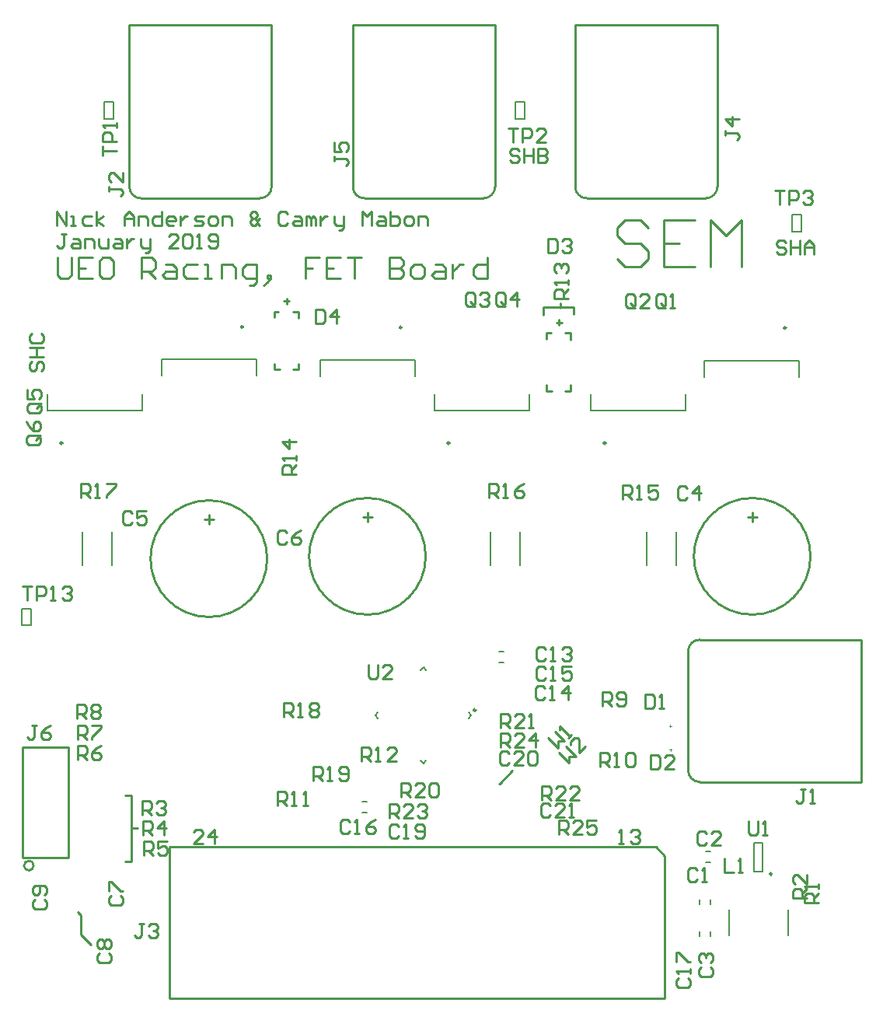
<source format=gbr>
%TF.GenerationSoftware,Altium Limited,Altium Designer,19.0.10 (269)*%
G04 Layer_Color=65535*
%FSLAX26Y26*%
%MOIN*%
%TF.FileFunction,Legend,Top*%
%TF.Part,Single*%
G01*
G75*
%TA.AperFunction,NonConductor*%
%ADD49C,0.010000*%
%ADD76C,0.009842*%
%ADD77C,0.005000*%
%ADD78C,0.007874*%
%ADD79C,0.003937*%
D49*
X-1671384Y-1359480D02*
G03*
X-1671384Y-1359480I-20616J0D01*
G01*
X-700882Y1501575D02*
G03*
X-650882Y1551575I0J50000D01*
G01*
X-1261118D02*
G03*
X-1211118Y1501575I50000J0D01*
G01*
X257618D02*
G03*
X307618Y1551575I0J50000D01*
G01*
X-302618D02*
G03*
X-252618Y1501575I50000J0D01*
G01*
X1211118D02*
G03*
X1261118Y1551575I0J50000D01*
G01*
X650882D02*
G03*
X700882Y1501575I50000J0D01*
G01*
X-669997Y-43429D02*
G03*
X-669997Y-43429I-250000J0D01*
G01*
X10003Y-33429D02*
G03*
X10003Y-33429I-250000J0D01*
G01*
X1660003D02*
G03*
X1660003Y-33429I-250000J0D01*
G01*
X1135354Y-950866D02*
G03*
X1185354Y-1000866I50000J0D01*
G01*
Y-390630D02*
G03*
X1135354Y-440630I0J-50000D01*
G01*
X-1720425Y-1323701D02*
X-1523575D01*
X-1720425Y-851260D02*
X-1523575D01*
X-1720425Y-1323701D02*
Y-851260D01*
X-1523575Y-1323701D02*
Y-851260D01*
X-639000Y767000D02*
X-616000D01*
X-640000Y768000D02*
X-639000Y767000D01*
X-640000Y768000D02*
Y793000D01*
X-587000Y1048000D02*
Y1072000D01*
X-598000Y1060000D02*
X-575000D01*
X-640000Y990000D02*
Y1016000D01*
X-621000D01*
X-560000D02*
X-538000D01*
X-537000Y987000D02*
Y1015000D01*
X-560000Y767000D02*
X-538000D01*
X-537000Y768000D02*
Y793000D01*
X-1469000Y-1656000D02*
X-1425000Y-1700000D01*
X-1469000Y-1656000D02*
Y-1571000D01*
X-1483000Y-1557000D02*
X-1469000Y-1571000D01*
X-650882Y1551575D02*
Y1678740D01*
X-719779Y1501575D02*
X-700882D01*
X-1211118D02*
X-1192220D01*
X-1261118Y1551575D02*
Y1678740D01*
Y2243701D01*
X-650882D01*
Y1678740D02*
Y2243701D01*
X-1192220Y1501575D02*
X-719779D01*
X307618Y1551575D02*
Y1678740D01*
X238720Y1501575D02*
X257618D01*
X-252618D02*
X-233720D01*
X-302618Y1551575D02*
Y1678740D01*
Y2243701D01*
X307618D01*
Y1678740D02*
Y2243701D01*
X-233720Y1501575D02*
X238720D01*
X1261118Y1551575D02*
Y1678740D01*
X1192220Y1501575D02*
X1211118D01*
X700882D02*
X719779D01*
X650882Y1551575D02*
Y1678740D01*
Y2243701D01*
X1261118D01*
Y1678740D02*
Y2243701D01*
X719779Y1501575D02*
X1192220D01*
X589000Y1033000D02*
Y1050000D01*
X643000Y1005000D02*
Y1033450D01*
X643549Y1034000D01*
X516000D02*
X643549D01*
X516000Y1003000D02*
Y1034000D01*
X529000Y676000D02*
X552000D01*
X528000Y677000D02*
X529000Y676000D01*
X528000Y677000D02*
Y702000D01*
X581000Y957000D02*
Y981000D01*
X570000Y969000D02*
X593000D01*
X528000Y899000D02*
Y925000D01*
X547000D01*
X608000D02*
X630000D01*
X631000Y896000D02*
Y924000D01*
X608000Y676000D02*
X630000D01*
X631000Y677000D02*
Y702000D01*
X1185354Y-1000866D02*
X1312520D01*
X1135354Y-950866D02*
Y-931968D01*
Y-459527D02*
Y-440630D01*
X1185354Y-390630D02*
X1312520D01*
X1877480D01*
Y-1000866D02*
Y-390630D01*
X1312520Y-1000866D02*
X1877480D01*
X1135354Y-931968D02*
Y-459527D01*
X327627Y-1007373D02*
X382000Y-953000D01*
X326000Y-1007373D02*
X327627D01*
X326000Y-1008000D02*
Y-1007373D01*
X-1253000Y-1198000D02*
X-1226000D01*
X-1278000Y-1341000D02*
X-1253000D01*
Y-1058000D01*
X-1279000D02*
X-1253000D01*
X1035732Y-1928858D02*
Y-1318622D01*
X-1090252Y-1928858D02*
X1035732D01*
X996362Y-1279252D02*
X1035732Y-1318622D01*
X-1090252Y-1279252D02*
X996362D01*
X-1090252Y-1928858D02*
Y-1281417D01*
X534587Y-812131D02*
X577000Y-854544D01*
Y-826269D01*
X605275D01*
X562862Y-783856D01*
X619413Y-812131D02*
X633550Y-797993D01*
X626481Y-805062D01*
X584069Y-762649D01*
Y-776787D01*
X582508Y-876587D02*
X624921Y-919000D01*
Y-890725D01*
X653196D01*
X610783Y-848312D01*
X695609D02*
X667333Y-876587D01*
Y-820037D01*
X660265Y-812968D01*
X646127D01*
X631990Y-827106D01*
Y-841243D01*
X-1531013Y1346981D02*
X-1551006D01*
X-1541010D01*
Y1296997D01*
X-1551006Y1287000D01*
X-1561003D01*
X-1571000Y1296997D01*
X-1501023Y1326987D02*
X-1481029D01*
X-1471032Y1316990D01*
Y1287000D01*
X-1501023D01*
X-1511019Y1296997D01*
X-1501023Y1306994D01*
X-1471032D01*
X-1451039Y1287000D02*
Y1326987D01*
X-1421049D01*
X-1411052Y1316990D01*
Y1287000D01*
X-1391058Y1326987D02*
Y1296997D01*
X-1381061Y1287000D01*
X-1351071D01*
Y1326987D01*
X-1321081D02*
X-1301087D01*
X-1291091Y1316990D01*
Y1287000D01*
X-1321081D01*
X-1331078Y1296997D01*
X-1321081Y1306994D01*
X-1291091D01*
X-1271097Y1326987D02*
Y1287000D01*
Y1306994D01*
X-1261100Y1316990D01*
X-1251103Y1326987D01*
X-1241107D01*
X-1211116D02*
Y1296997D01*
X-1201120Y1287000D01*
X-1171129D01*
Y1277003D01*
X-1181126Y1267006D01*
X-1191123D01*
X-1171129Y1287000D02*
Y1326987D01*
X-1051168Y1287000D02*
X-1091155D01*
X-1051168Y1326987D01*
Y1336984D01*
X-1061165Y1346981D01*
X-1081158D01*
X-1091155Y1336984D01*
X-1031175D02*
X-1021178Y1346981D01*
X-1001184D01*
X-991188Y1336984D01*
Y1296997D01*
X-1001184Y1287000D01*
X-1021178D01*
X-1031175Y1296997D01*
Y1336984D01*
X-971194Y1287000D02*
X-951201D01*
X-961197D01*
Y1346981D01*
X-971194Y1336984D01*
X-921210Y1296997D02*
X-911213Y1287000D01*
X-891220D01*
X-881223Y1296997D01*
Y1336984D01*
X-891220Y1346981D01*
X-911213D01*
X-921210Y1336984D01*
Y1326987D01*
X-911213Y1316990D01*
X-881223D01*
X-1569000Y1246971D02*
Y1171995D01*
X-1554005Y1157000D01*
X-1524014D01*
X-1509019Y1171995D01*
Y1246971D01*
X-1419049D02*
X-1479029D01*
Y1157000D01*
X-1419049D01*
X-1479029Y1201986D02*
X-1449039D01*
X-1344073Y1246971D02*
X-1374063D01*
X-1389058Y1231976D01*
Y1171995D01*
X-1374063Y1157000D01*
X-1344073D01*
X-1329078Y1171995D01*
Y1231976D01*
X-1344073Y1246971D01*
X-1209116Y1157000D02*
Y1246971D01*
X-1164131D01*
X-1149136Y1231976D01*
Y1201986D01*
X-1164131Y1186990D01*
X-1209116D01*
X-1179126D02*
X-1149136Y1157000D01*
X-1104150Y1216981D02*
X-1074160D01*
X-1059165Y1201986D01*
Y1157000D01*
X-1104150D01*
X-1119146Y1171995D01*
X-1104150Y1186990D01*
X-1059165D01*
X-969194Y1216981D02*
X-1014179D01*
X-1029175Y1201986D01*
Y1171995D01*
X-1014179Y1157000D01*
X-969194D01*
X-939204D02*
X-909213D01*
X-924208D01*
Y1216981D01*
X-939204D01*
X-864228Y1157000D02*
Y1216981D01*
X-819242D01*
X-804247Y1201986D01*
Y1157000D01*
X-744267Y1127010D02*
X-729271D01*
X-714276Y1142005D01*
Y1216981D01*
X-759262D01*
X-774257Y1201986D01*
Y1171995D01*
X-759262Y1157000D01*
X-714276D01*
X-669291Y1142005D02*
X-654296Y1157000D01*
Y1171995D01*
X-669291D01*
Y1157000D01*
X-654296D01*
X-669291Y1142005D01*
X-684286Y1127010D01*
X-444364Y1246971D02*
X-504344D01*
Y1201986D01*
X-474354D01*
X-504344D01*
Y1157000D01*
X-354393Y1246971D02*
X-414373D01*
Y1157000D01*
X-354393D01*
X-414373Y1201986D02*
X-384383D01*
X-324402Y1246971D02*
X-264422D01*
X-294412D01*
Y1157000D01*
X-144461Y1246971D02*
Y1157000D01*
X-99475D01*
X-84480Y1171995D01*
Y1186990D01*
X-99475Y1201986D01*
X-144461D01*
X-99475D01*
X-84480Y1216981D01*
Y1231976D01*
X-99475Y1246971D01*
X-144461D01*
X-39495Y1157000D02*
X-9504D01*
X5491Y1171995D01*
Y1201986D01*
X-9504Y1216981D01*
X-39495D01*
X-54490Y1201986D01*
Y1171995D01*
X-39495Y1157000D01*
X50476Y1216981D02*
X80467D01*
X95462Y1201986D01*
Y1157000D01*
X50476D01*
X35481Y1171995D01*
X50476Y1186990D01*
X95462D01*
X125452Y1216981D02*
Y1157000D01*
Y1186990D01*
X140447Y1201986D01*
X155442Y1216981D01*
X170438D01*
X275404Y1246971D02*
Y1157000D01*
X230418D01*
X215423Y1171995D01*
Y1201986D01*
X230418Y1216981D01*
X275404D01*
X-1571000Y1386000D02*
Y1445981D01*
X-1531013Y1386000D01*
Y1445981D01*
X-1511019Y1386000D02*
X-1491026D01*
X-1501023D01*
Y1425987D01*
X-1511019D01*
X-1421049D02*
X-1451039D01*
X-1461036Y1415990D01*
Y1395997D01*
X-1451039Y1386000D01*
X-1421049D01*
X-1401055D02*
Y1445981D01*
Y1405994D02*
X-1371065Y1425987D01*
X-1401055Y1405994D02*
X-1371065Y1386000D01*
X-1281094D02*
Y1425987D01*
X-1261100Y1445981D01*
X-1241107Y1425987D01*
Y1386000D01*
Y1415990D01*
X-1281094D01*
X-1221113Y1386000D02*
Y1425987D01*
X-1191123D01*
X-1181126Y1415990D01*
Y1386000D01*
X-1121146Y1445981D02*
Y1386000D01*
X-1151136D01*
X-1161133Y1395997D01*
Y1415990D01*
X-1151136Y1425987D01*
X-1121146D01*
X-1071162Y1386000D02*
X-1091155D01*
X-1101152Y1395997D01*
Y1415990D01*
X-1091155Y1425987D01*
X-1071162D01*
X-1061165Y1415990D01*
Y1405994D01*
X-1101152D01*
X-1041171Y1425987D02*
Y1386000D01*
Y1405994D01*
X-1031175Y1415990D01*
X-1021178Y1425987D01*
X-1011181D01*
X-981191Y1386000D02*
X-951201D01*
X-941204Y1395997D01*
X-951201Y1405994D01*
X-971194D01*
X-981191Y1415990D01*
X-971194Y1425987D01*
X-941204D01*
X-911213Y1386000D02*
X-891220D01*
X-881223Y1395997D01*
Y1415990D01*
X-891220Y1425987D01*
X-911213D01*
X-921210Y1415990D01*
Y1395997D01*
X-911213Y1386000D01*
X-861230D02*
Y1425987D01*
X-831239D01*
X-821242Y1415990D01*
Y1386000D01*
X-701281D02*
X-711278Y1395997D01*
X-721275Y1386000D01*
X-731272D01*
X-741268Y1395997D01*
Y1405994D01*
X-731272Y1415990D01*
X-741268Y1425987D01*
Y1435984D01*
X-731272Y1445981D01*
X-721275D01*
X-711278Y1435984D01*
Y1425987D01*
X-721275Y1415990D01*
X-711278Y1405994D01*
Y1395997D01*
X-701281Y1415990D02*
X-711278Y1405994D01*
X-731272Y1415990D02*
X-721275D01*
X-581320Y1435984D02*
X-591317Y1445981D01*
X-611310D01*
X-621307Y1435984D01*
Y1395997D01*
X-611310Y1386000D01*
X-591317D01*
X-581320Y1395997D01*
X-551330Y1425987D02*
X-531336D01*
X-521340Y1415990D01*
Y1386000D01*
X-551330D01*
X-561327Y1395997D01*
X-551330Y1405994D01*
X-521340D01*
X-501346Y1386000D02*
Y1425987D01*
X-491349D01*
X-481353Y1415990D01*
Y1386000D01*
Y1415990D01*
X-471356Y1425987D01*
X-461359Y1415990D01*
Y1386000D01*
X-441365Y1425987D02*
Y1386000D01*
Y1405994D01*
X-431369Y1415990D01*
X-421372Y1425987D01*
X-411375D01*
X-381385D02*
Y1395997D01*
X-371388Y1386000D01*
X-341398D01*
Y1376003D01*
X-351394Y1366006D01*
X-361391D01*
X-341398Y1386000D02*
Y1425987D01*
X-261424Y1386000D02*
Y1445981D01*
X-241430Y1425987D01*
X-221436Y1445981D01*
Y1386000D01*
X-191446Y1425987D02*
X-171453D01*
X-161456Y1415990D01*
Y1386000D01*
X-191446D01*
X-201443Y1395997D01*
X-191446Y1405994D01*
X-161456D01*
X-141462Y1445981D02*
Y1386000D01*
X-111472D01*
X-101475Y1395997D01*
Y1405994D01*
Y1415990D01*
X-111472Y1425987D01*
X-141462D01*
X-71485Y1386000D02*
X-51492D01*
X-41495Y1395997D01*
Y1415990D01*
X-51492Y1425987D01*
X-71485D01*
X-81482Y1415990D01*
Y1395997D01*
X-71485Y1386000D01*
X-21501D02*
Y1425987D01*
X8489D01*
X18486Y1415990D01*
Y1386000D01*
X965290Y1374613D02*
X931968Y1407935D01*
X865323D01*
X832000Y1374613D01*
Y1341290D01*
X865323Y1307968D01*
X931968D01*
X965290Y1274645D01*
Y1241323D01*
X931968Y1208000D01*
X865323D01*
X832000Y1241323D01*
X1165226Y1407935D02*
X1031935D01*
Y1208000D01*
X1165226D01*
X1031935Y1307968D02*
X1098581D01*
X1231871Y1208000D02*
Y1407935D01*
X1298516Y1341290D01*
X1365161Y1407935D01*
Y1208000D01*
X1555987Y1311984D02*
X1545990Y1321981D01*
X1525997D01*
X1516000Y1311984D01*
Y1301987D01*
X1525997Y1291990D01*
X1545990D01*
X1555987Y1281994D01*
Y1271997D01*
X1545990Y1262000D01*
X1525997D01*
X1516000Y1271997D01*
X1575981Y1321981D02*
Y1262000D01*
Y1291990D01*
X1615968D01*
Y1321981D01*
Y1262000D01*
X1635961D02*
Y1301987D01*
X1655955Y1321981D01*
X1675948Y1301987D01*
Y1262000D01*
Y1291990D01*
X1635961D01*
X409987Y1705984D02*
X399990Y1715981D01*
X379997D01*
X370000Y1705984D01*
Y1695987D01*
X379997Y1685990D01*
X399990D01*
X409987Y1675994D01*
Y1665997D01*
X399990Y1656000D01*
X379997D01*
X370000Y1665997D01*
X429981Y1715981D02*
Y1656000D01*
Y1685990D01*
X469968D01*
Y1715981D01*
Y1656000D01*
X489961Y1715981D02*
Y1656000D01*
X519952D01*
X529948Y1665997D01*
Y1675994D01*
X519952Y1685990D01*
X489961D01*
X519952D01*
X529948Y1695987D01*
Y1705984D01*
X519952Y1715981D01*
X489961D01*
X-1677984Y801987D02*
X-1687981Y791990D01*
Y771997D01*
X-1677984Y762000D01*
X-1667987D01*
X-1657990Y771997D01*
Y791990D01*
X-1647994Y801987D01*
X-1637997D01*
X-1628000Y791990D01*
Y771997D01*
X-1637997Y762000D01*
X-1687981Y821981D02*
X-1628000D01*
X-1657990D01*
Y861968D01*
X-1687981D01*
X-1628000D01*
X-1677984Y921948D02*
X-1687981Y911952D01*
Y891958D01*
X-1677984Y881961D01*
X-1637997D01*
X-1628000Y891958D01*
Y911952D01*
X-1637997Y921948D01*
X-920010Y145000D02*
Y105013D01*
X-900016Y125007D02*
X-940003D01*
X-240010Y155000D02*
Y115013D01*
X-220016Y135006D02*
X-260003D01*
X1409990Y155000D02*
Y115013D01*
X1429984Y135006D02*
X1389997D01*
X837740Y-1266417D02*
X857734D01*
X847737D01*
Y-1206437D01*
X837740Y-1216434D01*
X887724D02*
X897721Y-1206437D01*
X917714D01*
X927711Y-1216434D01*
Y-1226430D01*
X917714Y-1236427D01*
X907717D01*
X917714D01*
X927711Y-1246424D01*
Y-1256420D01*
X917714Y-1266417D01*
X897721D01*
X887724Y-1256420D01*
X-947273Y-1266417D02*
X-987260D01*
X-947273Y-1226430D01*
Y-1216434D01*
X-957270Y-1206437D01*
X-977263D01*
X-987260Y-1216434D01*
X-897289Y-1266417D02*
Y-1206437D01*
X-927279Y-1236427D01*
X-887292D01*
X-1651997Y486050D02*
X-1691984D01*
X-1701981Y476053D01*
Y456060D01*
X-1691984Y446063D01*
X-1651997D01*
X-1642000Y456060D01*
Y476053D01*
X-1661994Y466057D02*
X-1642000Y486050D01*
Y476053D02*
X-1651997Y486050D01*
X-1701981Y546031D02*
X-1691984Y526037D01*
X-1671990Y506044D01*
X-1651997D01*
X-1642000Y516040D01*
Y536034D01*
X-1651997Y546031D01*
X-1661994D01*
X-1671990Y536034D01*
Y506044D01*
X1038987Y1041997D02*
Y1081984D01*
X1028990Y1091981D01*
X1008997D01*
X999000Y1081984D01*
Y1041997D01*
X1008997Y1032000D01*
X1028990D01*
X1018994Y1051994D02*
X1038987Y1032000D01*
X1028990D02*
X1038987Y1041997D01*
X1058981Y1032000D02*
X1078974D01*
X1068977D01*
Y1091981D01*
X1058981Y1081984D01*
X-1717500Y-160519D02*
X-1677513D01*
X-1697506D01*
Y-220500D01*
X-1657519D02*
Y-160519D01*
X-1627529D01*
X-1617532Y-170516D01*
Y-190510D01*
X-1627529Y-200506D01*
X-1657519D01*
X-1597539Y-220500D02*
X-1577545D01*
X-1587542D01*
Y-160519D01*
X-1597539Y-170516D01*
X-1547555D02*
X-1537558Y-160519D01*
X-1517565D01*
X-1507568Y-170516D01*
Y-180513D01*
X-1517565Y-190510D01*
X-1527562D01*
X-1517565D01*
X-1507568Y-200506D01*
Y-210503D01*
X-1517565Y-220500D01*
X-1537558D01*
X-1547555Y-210503D01*
X366000Y1802981D02*
X405987D01*
X385993D01*
Y1743000D01*
X425981D02*
Y1802981D01*
X455971D01*
X465968Y1792984D01*
Y1772990D01*
X455971Y1762994D01*
X425981D01*
X525948Y1743000D02*
X485961D01*
X525948Y1782987D01*
Y1792984D01*
X515952Y1802981D01*
X495958D01*
X485961Y1792984D01*
X-1373981Y1684000D02*
Y1723987D01*
Y1703994D01*
X-1314000D01*
Y1743981D02*
X-1373981D01*
Y1773971D01*
X-1363984Y1783968D01*
X-1343990D01*
X-1333994Y1773971D01*
Y1743981D01*
X-1314000Y1803961D02*
Y1823955D01*
Y1813958D01*
X-1373981D01*
X-1363984Y1803961D01*
X580000Y-1225000D02*
Y-1165019D01*
X609990D01*
X619987Y-1175016D01*
Y-1195010D01*
X609990Y-1205006D01*
X580000D01*
X599994D02*
X619987Y-1225000D01*
X679968D02*
X639981D01*
X679968Y-1185013D01*
Y-1175016D01*
X669971Y-1165019D01*
X649977D01*
X639981Y-1175016D01*
X739948Y-1165019D02*
X699961D01*
Y-1195010D01*
X719955Y-1185013D01*
X729952D01*
X739948Y-1195010D01*
Y-1215003D01*
X729952Y-1225000D01*
X709958D01*
X699961Y-1215003D01*
X331638Y-853000D02*
Y-793019D01*
X361628D01*
X371625Y-803016D01*
Y-823010D01*
X361628Y-833006D01*
X331638D01*
X351632D02*
X371625Y-853000D01*
X431606D02*
X391619D01*
X431606Y-813013D01*
Y-803016D01*
X421609Y-793019D01*
X401616D01*
X391619Y-803016D01*
X481590Y-853000D02*
Y-793019D01*
X451599Y-823010D01*
X491587D01*
X-144000Y-1155000D02*
Y-1095019D01*
X-114010D01*
X-104013Y-1105016D01*
Y-1125010D01*
X-114010Y-1135006D01*
X-144000D01*
X-124007D02*
X-104013Y-1155000D01*
X-44032D02*
X-84019D01*
X-44032Y-1115013D01*
Y-1105016D01*
X-54029Y-1095019D01*
X-74023D01*
X-84019Y-1105016D01*
X-24039D02*
X-14042Y-1095019D01*
X5952D01*
X15948Y-1105016D01*
Y-1115013D01*
X5952Y-1125010D01*
X-4045D01*
X5952D01*
X15948Y-1135006D01*
Y-1145003D01*
X5952Y-1155000D01*
X-14042D01*
X-24039Y-1145003D01*
X545987Y-1101016D02*
X535990Y-1091019D01*
X515997D01*
X506000Y-1101016D01*
Y-1141003D01*
X515997Y-1151000D01*
X535990D01*
X545987Y-1141003D01*
X605968Y-1151000D02*
X565981D01*
X605968Y-1111013D01*
Y-1101016D01*
X595971Y-1091019D01*
X575977D01*
X565981Y-1101016D01*
X625961Y-1151000D02*
X645955D01*
X635958D01*
Y-1091019D01*
X625961Y-1101016D01*
X368514Y-879502D02*
X358517Y-869505D01*
X338524D01*
X328527Y-879502D01*
Y-919489D01*
X338524Y-929486D01*
X358517D01*
X368514Y-919489D01*
X428495Y-929486D02*
X388508D01*
X428495Y-889499D01*
Y-879502D01*
X418498Y-869505D01*
X398505D01*
X388508Y-879502D01*
X448488D02*
X458485Y-869505D01*
X478479D01*
X488476Y-879502D01*
Y-919489D01*
X478479Y-929486D01*
X458485D01*
X448488Y-919489D01*
Y-879502D01*
X-104013Y-1191016D02*
X-114010Y-1181019D01*
X-134003D01*
X-144000Y-1191016D01*
Y-1231003D01*
X-134003Y-1241000D01*
X-114010D01*
X-104013Y-1231003D01*
X-84019Y-1241000D02*
X-64026D01*
X-74023D01*
Y-1181019D01*
X-84019Y-1191016D01*
X-34036Y-1231003D02*
X-24039Y-1241000D01*
X-4045D01*
X5952Y-1231003D01*
Y-1191016D01*
X-4045Y-1181019D01*
X-24039D01*
X-34036Y-1191016D01*
Y-1201013D01*
X-24039Y-1211010D01*
X5952D01*
X-234000Y-498426D02*
Y-548410D01*
X-224003Y-558406D01*
X-204010D01*
X-194013Y-548410D01*
Y-498426D01*
X-134032Y-558406D02*
X-174019D01*
X-134032Y-518419D01*
Y-508423D01*
X-144029Y-498426D01*
X-164023D01*
X-174019Y-508423D01*
X1394000Y-1169019D02*
Y-1219003D01*
X1403997Y-1229000D01*
X1423990D01*
X1433987Y-1219003D01*
Y-1169019D01*
X1453981Y-1229000D02*
X1473974D01*
X1463977D01*
Y-1169019D01*
X1453981Y-1179016D01*
X1509000Y1534981D02*
X1548987D01*
X1528994D01*
Y1475000D01*
X1568981D02*
Y1534981D01*
X1598971D01*
X1608968Y1524984D01*
Y1504990D01*
X1598971Y1494994D01*
X1568981D01*
X1628961Y1524984D02*
X1638958Y1534981D01*
X1658951D01*
X1668948Y1524984D01*
Y1514987D01*
X1658951Y1504990D01*
X1648955D01*
X1658951D01*
X1668948Y1494994D01*
Y1484997D01*
X1658951Y1475000D01*
X1638958D01*
X1628961Y1484997D01*
X508000Y-1077000D02*
Y-1017019D01*
X537990D01*
X547987Y-1027016D01*
Y-1047010D01*
X537990Y-1057006D01*
X508000D01*
X527994D02*
X547987Y-1077000D01*
X607968D02*
X567981D01*
X607968Y-1037013D01*
Y-1027016D01*
X597971Y-1017019D01*
X577977D01*
X567981Y-1027016D01*
X667948Y-1077000D02*
X627961D01*
X667948Y-1037013D01*
Y-1027016D01*
X657952Y-1017019D01*
X637958D01*
X627961Y-1027016D01*
X331638Y-770000D02*
Y-710019D01*
X361628D01*
X371625Y-720016D01*
Y-740010D01*
X361628Y-750006D01*
X331638D01*
X351632D02*
X371625Y-770000D01*
X431606D02*
X391619D01*
X431606Y-730013D01*
Y-720016D01*
X421609Y-710019D01*
X401616D01*
X391619Y-720016D01*
X451599Y-770000D02*
X471593D01*
X461596D01*
Y-710019D01*
X451599Y-720016D01*
X-97000Y-1065000D02*
Y-1005019D01*
X-67010D01*
X-57013Y-1015016D01*
Y-1035010D01*
X-67010Y-1045006D01*
X-97000D01*
X-77007D02*
X-57013Y-1065000D01*
X2968D02*
X-37019D01*
X2968Y-1025013D01*
Y-1015016D01*
X-7029Y-1005019D01*
X-27023D01*
X-37019Y-1015016D01*
X22961D02*
X32958Y-1005019D01*
X52952D01*
X62948Y-1015016D01*
Y-1055003D01*
X52952Y-1065000D01*
X32958D01*
X22961Y-1055003D01*
Y-1015016D01*
X-472000Y-995559D02*
Y-935578D01*
X-442010D01*
X-432013Y-945575D01*
Y-965569D01*
X-442010Y-975566D01*
X-472000D01*
X-452007D02*
X-432013Y-995559D01*
X-412019D02*
X-392026D01*
X-402023D01*
Y-935578D01*
X-412019Y-945575D01*
X-362036Y-985562D02*
X-352039Y-995559D01*
X-332045D01*
X-322048Y-985562D01*
Y-945575D01*
X-332045Y-935578D01*
X-352039D01*
X-362036Y-945575D01*
Y-955572D01*
X-352039Y-965569D01*
X-322048D01*
X-598000Y-721000D02*
Y-661019D01*
X-568010D01*
X-558013Y-671016D01*
Y-691010D01*
X-568010Y-701006D01*
X-598000D01*
X-578006D02*
X-558013Y-721000D01*
X-538019D02*
X-518026D01*
X-528023D01*
Y-661019D01*
X-538019Y-671016D01*
X-488036D02*
X-478039Y-661019D01*
X-458045D01*
X-448048Y-671016D01*
Y-681013D01*
X-458045Y-691010D01*
X-448048Y-701006D01*
Y-711003D01*
X-458045Y-721000D01*
X-478039D01*
X-488036Y-711003D01*
Y-701006D01*
X-478039Y-691010D01*
X-488036Y-681013D01*
Y-671016D01*
X-478039Y-691010D02*
X-458045D01*
X-1470000Y218000D02*
Y277981D01*
X-1440010D01*
X-1430013Y267984D01*
Y247990D01*
X-1440010Y237994D01*
X-1470000D01*
X-1450006D02*
X-1430013Y218000D01*
X-1410019D02*
X-1390026D01*
X-1400023D01*
Y277981D01*
X-1410019Y267984D01*
X-1360036Y277981D02*
X-1320049D01*
Y267984D01*
X-1360036Y227997D01*
Y218000D01*
X280000D02*
Y277981D01*
X309990D01*
X319987Y267984D01*
Y247990D01*
X309990Y237994D01*
X280000D01*
X299993D02*
X319987Y218000D01*
X339981D02*
X359974D01*
X349977D01*
Y277981D01*
X339981Y267984D01*
X429952Y277981D02*
X409958Y267984D01*
X389964Y247990D01*
Y227997D01*
X399961Y218000D01*
X419955D01*
X429952Y227997D01*
Y237994D01*
X419955Y247990D01*
X389964D01*
X853000Y210000D02*
Y269981D01*
X882990D01*
X892987Y259984D01*
Y239990D01*
X882990Y229994D01*
X853000D01*
X872994D02*
X892987Y210000D01*
X912981D02*
X932974D01*
X922977D01*
Y269981D01*
X912981Y259984D01*
X1002952Y269981D02*
X962964D01*
Y239990D01*
X982958Y249987D01*
X992955D01*
X1002952Y239990D01*
Y219997D01*
X992955Y210000D01*
X972961D01*
X962964Y219997D01*
X-546000Y319000D02*
X-605981D01*
Y348990D01*
X-595984Y358987D01*
X-575990D01*
X-565994Y348990D01*
Y319000D01*
Y338993D02*
X-546000Y358987D01*
Y378981D02*
Y398974D01*
Y388977D01*
X-605981D01*
X-595984Y378981D01*
X-546000Y458955D02*
X-605981D01*
X-575990Y428964D01*
Y468952D01*
X621000Y1072000D02*
X561019D01*
Y1101990D01*
X571016Y1111987D01*
X591010D01*
X601006Y1101990D01*
Y1072000D01*
Y1091994D02*
X621000Y1111987D01*
Y1131981D02*
Y1151974D01*
Y1141977D01*
X561019D01*
X571016Y1131981D01*
Y1181964D02*
X561019Y1191961D01*
Y1211955D01*
X571016Y1221951D01*
X581013D01*
X591010Y1211955D01*
Y1201958D01*
Y1211955D01*
X601006Y1221951D01*
X611003D01*
X621000Y1211955D01*
Y1191961D01*
X611003Y1181964D01*
X-264000Y-912656D02*
Y-852675D01*
X-234010D01*
X-224013Y-862672D01*
Y-882666D01*
X-234010Y-892662D01*
X-264000D01*
X-244006D02*
X-224013Y-912656D01*
X-204019D02*
X-184026D01*
X-194023D01*
Y-852675D01*
X-204019Y-862672D01*
X-114049Y-912656D02*
X-154036D01*
X-114049Y-872669D01*
Y-862672D01*
X-124045Y-852675D01*
X-144039D01*
X-154036Y-862672D01*
X-625000Y-1103000D02*
Y-1043019D01*
X-595010D01*
X-585013Y-1053016D01*
Y-1073010D01*
X-595010Y-1083006D01*
X-625000D01*
X-605006D02*
X-585013Y-1103000D01*
X-565019D02*
X-545026D01*
X-555023D01*
Y-1043019D01*
X-565019Y-1053016D01*
X-515036Y-1103000D02*
X-495042D01*
X-505039D01*
Y-1043019D01*
X-515036Y-1053016D01*
X758024Y-935501D02*
Y-875520D01*
X788014D01*
X798011Y-885517D01*
Y-905510D01*
X788014Y-915507D01*
X758024D01*
X778018D02*
X798011Y-935501D01*
X818005D02*
X837998D01*
X828001D01*
Y-875520D01*
X818005Y-885517D01*
X867988D02*
X877985Y-875520D01*
X897979D01*
X907976Y-885517D01*
Y-925504D01*
X897979Y-935501D01*
X877985D01*
X867988Y-925504D01*
Y-885517D01*
X768000Y-674000D02*
Y-614019D01*
X797990D01*
X807987Y-624016D01*
Y-644010D01*
X797990Y-654006D01*
X768000D01*
X787994D02*
X807987Y-674000D01*
X827981Y-664003D02*
X837977Y-674000D01*
X857971D01*
X867968Y-664003D01*
Y-624016D01*
X857971Y-614019D01*
X837977D01*
X827981Y-624016D01*
Y-634013D01*
X837977Y-644010D01*
X867968D01*
X-1484000Y-728000D02*
Y-668019D01*
X-1454010D01*
X-1444013Y-678016D01*
Y-698010D01*
X-1454010Y-708006D01*
X-1484000D01*
X-1464006D02*
X-1444013Y-728000D01*
X-1424019Y-678016D02*
X-1414023Y-668019D01*
X-1394029D01*
X-1384032Y-678016D01*
Y-688013D01*
X-1394029Y-698010D01*
X-1384032Y-708006D01*
Y-718003D01*
X-1394029Y-728000D01*
X-1414023D01*
X-1424019Y-718003D01*
Y-708006D01*
X-1414023Y-698010D01*
X-1424019Y-688013D01*
Y-678016D01*
X-1414023Y-698010D02*
X-1394029D01*
X-1482000Y-817984D02*
Y-758004D01*
X-1452010D01*
X-1442013Y-768000D01*
Y-787994D01*
X-1452010Y-797991D01*
X-1482000D01*
X-1462006D02*
X-1442013Y-817984D01*
X-1422019Y-758004D02*
X-1382032D01*
Y-768000D01*
X-1422019Y-807987D01*
Y-817984D01*
X-1482000Y-904000D02*
Y-844019D01*
X-1452010D01*
X-1442013Y-854016D01*
Y-874010D01*
X-1452010Y-884006D01*
X-1482000D01*
X-1462006D02*
X-1442013Y-904000D01*
X-1382032Y-844019D02*
X-1402026Y-854016D01*
X-1422019Y-874010D01*
Y-894003D01*
X-1412023Y-904000D01*
X-1392029D01*
X-1382032Y-894003D01*
Y-884006D01*
X-1392029Y-874010D01*
X-1422019D01*
X-1200000Y-1314000D02*
Y-1254019D01*
X-1170010D01*
X-1160013Y-1264016D01*
Y-1284010D01*
X-1170010Y-1294006D01*
X-1200000D01*
X-1180006D02*
X-1160013Y-1314000D01*
X-1100032Y-1254019D02*
X-1140019D01*
Y-1284010D01*
X-1120026Y-1274013D01*
X-1110029D01*
X-1100032Y-1284010D01*
Y-1304003D01*
X-1110029Y-1314000D01*
X-1130023D01*
X-1140019Y-1304003D01*
X-1203000Y-1228000D02*
Y-1168019D01*
X-1173010D01*
X-1163013Y-1178016D01*
Y-1198010D01*
X-1173010Y-1208006D01*
X-1203000D01*
X-1183006D02*
X-1163013Y-1228000D01*
X-1113029D02*
Y-1168019D01*
X-1143019Y-1198010D01*
X-1103032D01*
X-1206000Y-1141000D02*
Y-1081019D01*
X-1176010D01*
X-1166013Y-1091016D01*
Y-1111010D01*
X-1176010Y-1121006D01*
X-1206000D01*
X-1186006D02*
X-1166013Y-1141000D01*
X-1146019Y-1091016D02*
X-1136023Y-1081019D01*
X-1116029D01*
X-1106032Y-1091016D01*
Y-1101013D01*
X-1116029Y-1111010D01*
X-1126026D01*
X-1116029D01*
X-1106032Y-1121006D01*
Y-1131003D01*
X-1116029Y-1141000D01*
X-1136023D01*
X-1146019Y-1131003D01*
X1643000Y-1499000D02*
X1583019D01*
Y-1469010D01*
X1593016Y-1459013D01*
X1613010D01*
X1623006Y-1469010D01*
Y-1499000D01*
Y-1479006D02*
X1643000Y-1459013D01*
Y-1399032D02*
Y-1439019D01*
X1603013Y-1399032D01*
X1593016D01*
X1583019Y-1409029D01*
Y-1429023D01*
X1593016Y-1439019D01*
X1695675Y-1519488D02*
X1635694D01*
Y-1489498D01*
X1645691Y-1479501D01*
X1665685D01*
X1675681Y-1489498D01*
Y-1519488D01*
Y-1499495D02*
X1695675Y-1479501D01*
Y-1459508D02*
Y-1439514D01*
Y-1449511D01*
X1635694D01*
X1645691Y-1459508D01*
X-1648997Y620562D02*
X-1688984D01*
X-1698981Y610565D01*
Y590572D01*
X-1688984Y580575D01*
X-1648997D01*
X-1639000Y590572D01*
Y610565D01*
X-1658994Y600568D02*
X-1639000Y620562D01*
Y610565D02*
X-1648997Y620562D01*
X-1698981Y680543D02*
Y640555D01*
X-1668990D01*
X-1678987Y660549D01*
Y670546D01*
X-1668990Y680543D01*
X-1648997D01*
X-1639000Y670546D01*
Y650552D01*
X-1648997Y640555D01*
X349987Y1047997D02*
Y1087984D01*
X339990Y1097981D01*
X319997D01*
X310000Y1087984D01*
Y1047997D01*
X319997Y1038000D01*
X339990D01*
X329993Y1057994D02*
X349987Y1038000D01*
X339990D02*
X349987Y1047997D01*
X399971Y1038000D02*
Y1097981D01*
X369981Y1067990D01*
X409968D01*
X221987Y1047997D02*
Y1087984D01*
X211990Y1097981D01*
X191997D01*
X182000Y1087984D01*
Y1047997D01*
X191997Y1038000D01*
X211990D01*
X201994Y1057994D02*
X221987Y1038000D01*
X211990D02*
X221987Y1047997D01*
X241981Y1087984D02*
X251977Y1097981D01*
X271971D01*
X281968Y1087984D01*
Y1077987D01*
X271971Y1067990D01*
X261974D01*
X271971D01*
X281968Y1057994D01*
Y1047997D01*
X271971Y1038000D01*
X251977D01*
X241981Y1047997D01*
X908987Y1041997D02*
Y1081984D01*
X898990Y1091981D01*
X878997D01*
X869000Y1081984D01*
Y1041997D01*
X878997Y1032000D01*
X898990D01*
X888994Y1051994D02*
X908987Y1032000D01*
X898990D02*
X908987Y1041997D01*
X968968Y1032000D02*
X928981D01*
X968968Y1071987D01*
Y1081984D01*
X958971Y1091981D01*
X938977D01*
X928981Y1081984D01*
X1289373Y-1329019D02*
Y-1389000D01*
X1329360D01*
X1349353D02*
X1369347D01*
X1359350D01*
Y-1329019D01*
X1349353Y-1339016D01*
X-1660513Y-757019D02*
X-1680506D01*
X-1670510D01*
Y-807003D01*
X-1680506Y-817000D01*
X-1690503D01*
X-1700500Y-807003D01*
X-1600532Y-757019D02*
X-1620526Y-767016D01*
X-1640519Y-787010D01*
Y-807003D01*
X-1630523Y-817000D01*
X-1610529D01*
X-1600532Y-807003D01*
Y-797006D01*
X-1610529Y-787010D01*
X-1640519D01*
X-381981Y1679987D02*
Y1659994D01*
Y1669990D01*
X-331997D01*
X-322000Y1659994D01*
Y1649997D01*
X-331997Y1640000D01*
X-381981Y1739968D02*
Y1699981D01*
X-351990D01*
X-361987Y1719974D01*
Y1729971D01*
X-351990Y1739968D01*
X-331997D01*
X-322000Y1729971D01*
Y1709977D01*
X-331997Y1699981D01*
X1295019Y1789987D02*
Y1769994D01*
Y1779990D01*
X1345003D01*
X1355000Y1769994D01*
Y1759997D01*
X1345003Y1750000D01*
X1355000Y1839971D02*
X1295019D01*
X1325010Y1809981D01*
Y1849968D01*
X-1198950Y-1608019D02*
X-1218944D01*
X-1208947D01*
Y-1658003D01*
X-1218944Y-1668000D01*
X-1228940D01*
X-1238937Y-1658003D01*
X-1178956Y-1618016D02*
X-1168960Y-1608019D01*
X-1148966D01*
X-1138969Y-1618016D01*
Y-1628013D01*
X-1148966Y-1638010D01*
X-1158963D01*
X-1148966D01*
X-1138969Y-1648006D01*
Y-1658003D01*
X-1148966Y-1668000D01*
X-1168960D01*
X-1178956Y-1658003D01*
X-1349981Y1552987D02*
Y1532994D01*
Y1542990D01*
X-1299997D01*
X-1290000Y1532994D01*
Y1522997D01*
X-1299997Y1513000D01*
X-1290000Y1612968D02*
Y1572981D01*
X-1329987Y1612968D01*
X-1339984D01*
X-1349981Y1602971D01*
Y1582977D01*
X-1339984Y1572981D01*
X1638987Y-1033019D02*
X1618994D01*
X1628990D01*
Y-1083003D01*
X1618994Y-1093000D01*
X1608997D01*
X1599000Y-1083003D01*
X1658981Y-1093000D02*
X1678974D01*
X1668977D01*
Y-1033019D01*
X1658981Y-1043016D01*
X-461000Y1025981D02*
Y966000D01*
X-431010D01*
X-421013Y975997D01*
Y1015984D01*
X-431010Y1025981D01*
X-461000D01*
X-371029Y966000D02*
Y1025981D01*
X-401019Y995990D01*
X-361032D01*
X536000Y1327981D02*
Y1268000D01*
X565990D01*
X575987Y1277997D01*
Y1317984D01*
X565990Y1327981D01*
X536000D01*
X595981Y1317984D02*
X605977Y1327981D01*
X625971D01*
X635968Y1317984D01*
Y1307987D01*
X625971Y1297990D01*
X615974D01*
X625971D01*
X635968Y1287994D01*
Y1277997D01*
X625971Y1268000D01*
X605977D01*
X595981Y1277997D01*
X975000Y-885019D02*
Y-945000D01*
X1004990D01*
X1014987Y-935003D01*
Y-895016D01*
X1004990Y-885019D01*
X975000D01*
X1074968Y-945000D02*
X1034981D01*
X1074968Y-905013D01*
Y-895016D01*
X1064971Y-885019D01*
X1044977D01*
X1034981Y-895016D01*
X951000Y-623701D02*
Y-683681D01*
X980990D01*
X990987Y-673684D01*
Y-633697D01*
X980990Y-623701D01*
X951000D01*
X1010981Y-683681D02*
X1030974D01*
X1020977D01*
Y-623701D01*
X1010981Y-633697D01*
X1094016Y-1843013D02*
X1084019Y-1853010D01*
Y-1873003D01*
X1094016Y-1883000D01*
X1134003D01*
X1144000Y-1873003D01*
Y-1853010D01*
X1134003Y-1843013D01*
X1144000Y-1823019D02*
Y-1803026D01*
Y-1813023D01*
X1084019D01*
X1094016Y-1823019D01*
X1084019Y-1773036D02*
Y-1733049D01*
X1094016D01*
X1134003Y-1773036D01*
X1144000D01*
X-317013Y-1172016D02*
X-327010Y-1162019D01*
X-347003D01*
X-357000Y-1172016D01*
Y-1212003D01*
X-347003Y-1222000D01*
X-327010D01*
X-317013Y-1212003D01*
X-297019Y-1222000D02*
X-277026D01*
X-287023D01*
Y-1162019D01*
X-297019Y-1172016D01*
X-207048Y-1162019D02*
X-227042Y-1172016D01*
X-247036Y-1192010D01*
Y-1212003D01*
X-237039Y-1222000D01*
X-217045D01*
X-207048Y-1212003D01*
Y-1202006D01*
X-217045Y-1192010D01*
X-247036D01*
X524042Y-514016D02*
X514045Y-504019D01*
X494052D01*
X484055Y-514016D01*
Y-554003D01*
X494052Y-564000D01*
X514045D01*
X524042Y-554003D01*
X544036Y-564000D02*
X564029D01*
X554033D01*
Y-504019D01*
X544036Y-514016D01*
X634007Y-504019D02*
X594020D01*
Y-534010D01*
X614013Y-524013D01*
X624010D01*
X634007Y-534010D01*
Y-554003D01*
X624010Y-564000D01*
X604016D01*
X594020Y-554003D01*
X521963Y-597016D02*
X511966Y-587019D01*
X491973D01*
X481976Y-597016D01*
Y-637003D01*
X491973Y-647000D01*
X511966D01*
X521963Y-637003D01*
X541957Y-647000D02*
X561950D01*
X551953D01*
Y-587019D01*
X541957Y-597016D01*
X621931Y-647000D02*
Y-587019D01*
X591940Y-617010D01*
X631928D01*
X525987Y-431016D02*
X515990Y-421019D01*
X495997D01*
X486000Y-431016D01*
Y-471003D01*
X495997Y-481000D01*
X515990D01*
X525987Y-471003D01*
X545981Y-481000D02*
X565974D01*
X555977D01*
Y-421019D01*
X545981Y-431016D01*
X595964D02*
X605961Y-421019D01*
X625955D01*
X635952Y-431016D01*
Y-441013D01*
X625955Y-451010D01*
X615958D01*
X625955D01*
X635952Y-461007D01*
Y-471003D01*
X625955Y-481000D01*
X605961D01*
X595964Y-471003D01*
X-1663984Y-1504013D02*
X-1673981Y-1514010D01*
Y-1534003D01*
X-1663984Y-1544000D01*
X-1623997D01*
X-1614000Y-1534003D01*
Y-1514010D01*
X-1623997Y-1504013D01*
Y-1484019D02*
X-1614000Y-1474023D01*
Y-1454029D01*
X-1623997Y-1444032D01*
X-1663984D01*
X-1673981Y-1454029D01*
Y-1474023D01*
X-1663984Y-1484019D01*
X-1653987D01*
X-1643990Y-1474023D01*
Y-1444032D01*
X-1388984Y-1736013D02*
X-1398981Y-1746010D01*
Y-1766003D01*
X-1388984Y-1776000D01*
X-1348997D01*
X-1339000Y-1766003D01*
Y-1746010D01*
X-1348997Y-1736013D01*
X-1388984Y-1716019D02*
X-1398981Y-1706023D01*
Y-1686029D01*
X-1388984Y-1676032D01*
X-1378987D01*
X-1368990Y-1686029D01*
X-1358994Y-1676032D01*
X-1348997D01*
X-1339000Y-1686029D01*
Y-1706023D01*
X-1348997Y-1716019D01*
X-1358994D01*
X-1368990Y-1706023D01*
X-1378987Y-1716019D01*
X-1388984D01*
X-1368990Y-1706023D02*
Y-1686029D01*
X-1339984Y-1490013D02*
X-1349981Y-1500010D01*
Y-1520003D01*
X-1339984Y-1530000D01*
X-1299997D01*
X-1290000Y-1520003D01*
Y-1500010D01*
X-1299997Y-1490013D01*
X-1349981Y-1470019D02*
Y-1430032D01*
X-1339984D01*
X-1299997Y-1470019D01*
X-1290000D01*
X-587013Y68984D02*
X-597010Y78981D01*
X-617003D01*
X-627000Y68984D01*
Y28997D01*
X-617003Y19000D01*
X-597010D01*
X-587013Y28997D01*
X-527032Y78981D02*
X-547026Y68984D01*
X-567019Y48990D01*
Y28997D01*
X-557023Y19000D01*
X-537029D01*
X-527032Y28997D01*
Y38993D01*
X-537029Y48990D01*
X-567019D01*
X-1250258Y151984D02*
X-1260255Y161981D01*
X-1280249D01*
X-1290245Y151984D01*
Y111997D01*
X-1280249Y102000D01*
X-1260255D01*
X-1250258Y111997D01*
X-1190278Y161981D02*
X-1230265D01*
Y131990D01*
X-1210271Y141987D01*
X-1200275D01*
X-1190278Y131990D01*
Y111997D01*
X-1200275Y102000D01*
X-1220268D01*
X-1230265Y111997D01*
X1130987Y258984D02*
X1120990Y268981D01*
X1100997D01*
X1091000Y258984D01*
Y218997D01*
X1100997Y209000D01*
X1120990D01*
X1130987Y218997D01*
X1180971Y209000D02*
Y268981D01*
X1150981Y238990D01*
X1190968D01*
X1191701Y-1796013D02*
X1181704Y-1806010D01*
Y-1826003D01*
X1191701Y-1836000D01*
X1231688D01*
X1241685Y-1826003D01*
Y-1806010D01*
X1231688Y-1796013D01*
X1191701Y-1776019D02*
X1181704Y-1766023D01*
Y-1746029D01*
X1191701Y-1736032D01*
X1201698D01*
X1211695Y-1746029D01*
Y-1756026D01*
Y-1746029D01*
X1221691Y-1736032D01*
X1231688D01*
X1241685Y-1746029D01*
Y-1766023D01*
X1231688Y-1776019D01*
X1215987Y-1221016D02*
X1205990Y-1211019D01*
X1185997D01*
X1176000Y-1221016D01*
Y-1261003D01*
X1185997Y-1271000D01*
X1205990D01*
X1215987Y-1261003D01*
X1275968Y-1271000D02*
X1235981D01*
X1275968Y-1231013D01*
Y-1221016D01*
X1265971Y-1211019D01*
X1245977D01*
X1235981Y-1221016D01*
X1172987Y-1379016D02*
X1162990Y-1369019D01*
X1142997D01*
X1133000Y-1379016D01*
Y-1419003D01*
X1142997Y-1429000D01*
X1162990D01*
X1172987Y-1419003D01*
X1192981Y-1429000D02*
X1212974D01*
X1202977D01*
Y-1369019D01*
X1192981Y-1379016D01*
D76*
X-1547401Y451969D02*
G03*
X-1547401Y451969I-4921J0D01*
G01*
X-772756Y950575D02*
G03*
X-772756Y950575I-4921J0D01*
G01*
X-92756Y948032D02*
G03*
X-92756Y948032I-4921J0D01*
G01*
X112599Y451969D02*
G03*
X112599Y451969I-4921J0D01*
G01*
X1555244Y946032D02*
G03*
X1555244Y946032I-4921J0D01*
G01*
X782598Y451969D02*
G03*
X782598Y451969I-4921J0D01*
G01*
X1495055Y-1394866D02*
G03*
X1495055Y-1394866I-4921J0D01*
G01*
X224848Y-692729D02*
G03*
X224848Y-692729I-4921J0D01*
G01*
D77*
X394315Y1842567D02*
X433685D01*
Y1913433D01*
X394315D02*
X433685D01*
X394315Y1842567D02*
Y1913433D01*
X-1368685Y1842567D02*
X-1329315D01*
Y1913433D01*
X-1368685D02*
X-1329315D01*
X-1368685Y1842567D02*
Y1913433D01*
X1580315Y1359567D02*
X1619685D01*
Y1430433D01*
X1580315D02*
X1619685D01*
X1580315Y1359567D02*
Y1430433D01*
X-1720685Y-328433D02*
Y-257567D01*
X-1681315D01*
Y-328433D02*
Y-257567D01*
X-1720685Y-328433D02*
X-1681315D01*
D78*
X-1207244Y591732D02*
Y662598D01*
X-1612756Y591732D02*
X-1207244D01*
X-1612756D02*
Y662598D01*
X-1122756Y739945D02*
Y810811D01*
X-717244D01*
Y739945D02*
Y810811D01*
X-442756Y737402D02*
Y808268D01*
X-37244D01*
Y737402D02*
Y808268D01*
X452756Y591732D02*
Y662598D01*
X47244Y591732D02*
X452756D01*
X47244D02*
Y662598D01*
X1205244Y735402D02*
Y806268D01*
X1610756D01*
Y735402D02*
Y806268D01*
X1122756Y591732D02*
Y662598D01*
X717244Y591732D02*
X1122756D01*
X717244D02*
Y662598D01*
X956024Y-70866D02*
Y70866D01*
X1083976Y-70866D02*
Y70866D01*
X1565378Y-1657118D02*
Y-1546882D01*
X1312622Y-1657118D02*
Y-1546882D01*
X1416315Y-1385024D02*
X1455685D01*
X1416315Y-1262976D02*
X1455685D01*
Y-1385024D02*
Y-1262976D01*
X1416315Y-1385024D02*
Y-1262976D01*
X1212158Y-1298378D02*
X1231842D01*
X1212158Y-1345622D02*
X1231842D01*
X1231622Y-1523842D02*
Y-1504158D01*
X1184378Y-1523842D02*
Y-1504158D01*
X1232622Y-1660842D02*
Y-1641158D01*
X1185378Y-1660842D02*
Y-1641158D01*
X323158Y-440378D02*
X342842D01*
X323158Y-487622D02*
X342842D01*
X-11832Y-520824D02*
X0Y-508993D01*
X11832Y-520824D01*
X-206007Y-715000D02*
X-194176Y-703168D01*
X-206007Y-715000D02*
X-194176Y-726832D01*
X-11832Y-909176D02*
X0Y-921008D01*
X11832Y-909176D01*
X194176Y-726832D02*
X206007Y-715000D01*
X194176Y-703168D02*
X206007Y-715000D01*
X-262181Y-1084378D02*
X-242496D01*
X-262181Y-1131622D02*
X-242496D01*
X-1336024Y-70866D02*
Y70866D01*
X-1463976Y-70866D02*
Y70866D01*
X413976Y-70866D02*
Y70866D01*
X286024Y-70866D02*
Y70866D01*
D79*
X1055409Y-862000D02*
X1065409D01*
X1060409Y-866842D02*
Y-857000D01*
X1053000Y-761000D02*
X1063000D01*
X1058000Y-765842D02*
Y-756000D01*
%TF.MD5,62a7311de850e3ccf8255b6a389bf3d5*%
M02*

</source>
